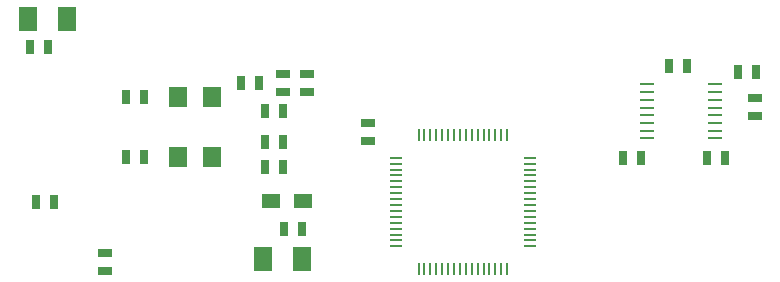
<source format=gtp>
G04 #@! TF.FileFunction,Paste,Top*
%FSLAX46Y46*%
G04 Gerber Fmt 4.6, Leading zero omitted, Abs format (unit mm)*
G04 Created by KiCad (PCBNEW 4.0.7-e2-6376~58~ubuntu14.04.1) date Sat Dec  9 10:48:14 2017*
%MOMM*%
%LPD*%
G01*
G04 APERTURE LIST*
%ADD10C,0.100000*%
%ADD11R,0.635000X1.143000*%
%ADD12R,1.524000X2.032000*%
%ADD13R,1.143000X0.635000*%
%ADD14R,1.597660X1.800860*%
%ADD15R,1.500000X1.300000*%
%ADD16R,1.000000X0.250000*%
%ADD17R,0.250000X1.000000*%
%ADD18R,1.297940X0.248920*%
G04 APERTURE END LIST*
D10*
D11*
X136738000Y-91400000D03*
X138262000Y-91400000D03*
X136738000Y-88800000D03*
X138262000Y-88800000D03*
X138262000Y-93500000D03*
X136738000Y-93500000D03*
D12*
X139851000Y-101300000D03*
X136549000Y-101300000D03*
X116649000Y-81000000D03*
X119951000Y-81000000D03*
D11*
X138338000Y-98800000D03*
X139862000Y-98800000D03*
X118362000Y-83400000D03*
X116838000Y-83400000D03*
D13*
X145500000Y-91362000D03*
X145500000Y-89838000D03*
X140300000Y-87162000D03*
X140300000Y-85638000D03*
X138300000Y-85638000D03*
X138300000Y-87162000D03*
D11*
X175662000Y-92800000D03*
X174138000Y-92800000D03*
X167038000Y-92800000D03*
X168562000Y-92800000D03*
D13*
X178250000Y-87688000D03*
X178250000Y-89212000D03*
D11*
X170988000Y-84950000D03*
X172512000Y-84950000D03*
X178362000Y-85500000D03*
X176838000Y-85500000D03*
D14*
X132229860Y-92710000D03*
X129390140Y-92710000D03*
X132229860Y-87630000D03*
X129390140Y-87630000D03*
D15*
X137250000Y-96400000D03*
X139950000Y-96400000D03*
D11*
X126492000Y-92710000D03*
X124968000Y-92710000D03*
D13*
X123190000Y-100838000D03*
X123190000Y-102362000D03*
D11*
X134738000Y-86400000D03*
X136262000Y-86400000D03*
X124968000Y-87630000D03*
X126492000Y-87630000D03*
D16*
X147800000Y-92750000D03*
X147800000Y-93250000D03*
X147800000Y-93750000D03*
X147800000Y-94250000D03*
X147800000Y-94750000D03*
X147800000Y-95250000D03*
X147800000Y-95750000D03*
X147800000Y-96250000D03*
X147800000Y-96750000D03*
X147800000Y-97250000D03*
X147800000Y-97750000D03*
X147800000Y-98250000D03*
X147800000Y-98750000D03*
X147800000Y-99250000D03*
X147800000Y-99750000D03*
X147800000Y-100250000D03*
D17*
X149750000Y-102200000D03*
X150250000Y-102200000D03*
X150750000Y-102200000D03*
X151250000Y-102200000D03*
X151750000Y-102200000D03*
X152250000Y-102200000D03*
X152750000Y-102200000D03*
X153250000Y-102200000D03*
X153750000Y-102200000D03*
X154250000Y-102200000D03*
X154750000Y-102200000D03*
X155250000Y-102200000D03*
X155750000Y-102200000D03*
X156250000Y-102200000D03*
X156750000Y-102200000D03*
X157250000Y-102200000D03*
D16*
X159200000Y-100250000D03*
X159200000Y-99750000D03*
X159200000Y-99250000D03*
X159200000Y-98750000D03*
X159200000Y-98250000D03*
X159200000Y-97750000D03*
X159200000Y-97250000D03*
X159200000Y-96750000D03*
X159200000Y-96250000D03*
X159200000Y-95750000D03*
X159200000Y-95250000D03*
X159200000Y-94750000D03*
X159200000Y-94250000D03*
X159200000Y-93750000D03*
X159200000Y-93250000D03*
X159200000Y-92750000D03*
D17*
X157250000Y-90800000D03*
X156750000Y-90800000D03*
X156250000Y-90800000D03*
X155750000Y-90800000D03*
X155250000Y-90800000D03*
X154750000Y-90800000D03*
X154250000Y-90800000D03*
X153750000Y-90800000D03*
X153250000Y-90800000D03*
X152750000Y-90800000D03*
X152250000Y-90800000D03*
X151750000Y-90800000D03*
X151250000Y-90800000D03*
X150750000Y-90800000D03*
X150250000Y-90800000D03*
X149750000Y-90800000D03*
D18*
X169114720Y-86544160D03*
X169114720Y-87194400D03*
X169114720Y-87844640D03*
X169114720Y-88494880D03*
X169114720Y-89145120D03*
X169114720Y-89795360D03*
X169114720Y-90445600D03*
X169114720Y-91095840D03*
X174865280Y-91095840D03*
X174865280Y-90445600D03*
X174865280Y-89795360D03*
X174865280Y-89145120D03*
X174865280Y-88494880D03*
X174865280Y-87844640D03*
X174865280Y-87194400D03*
X174865280Y-86544160D03*
D11*
X117348000Y-96520000D03*
X118872000Y-96520000D03*
M02*

</source>
